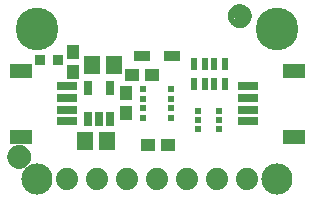
<source format=gbr>
G04 EAGLE Gerber RS-274X export*
G75*
%MOMM*%
%FSLAX34Y34*%
%LPD*%
%INSoldermask Top*%
%IPPOS*%
%AMOC8*
5,1,8,0,0,1.08239X$1,22.5*%
G01*
%ADD10C,2.641600*%
%ADD11R,1.341600X1.601600*%
%ADD12R,0.651600X1.301600*%
%ADD13R,1.101600X1.176600*%
%ADD14R,0.551600X1.001600*%
%ADD15R,0.601600X0.601600*%
%ADD16R,0.601600X0.501600*%
%ADD17C,3.617600*%
%ADD18R,1.651600X0.701600*%
%ADD19R,1.901600X1.301600*%
%ADD20C,1.101600*%
%ADD21C,0.500000*%
%ADD22R,0.901600X0.901600*%
%ADD23R,1.176600X1.101600*%
%ADD24R,1.451600X0.901600*%
%ADD25C,1.879600*%
%ADD26R,0.501600X0.501600*%


D10*
X25400Y25400D03*
X228600Y25400D03*
D11*
X65430Y57150D03*
X84430Y57150D03*
D12*
X67970Y75899D03*
X77470Y75899D03*
X86970Y75899D03*
X86970Y101901D03*
X67970Y101901D03*
D11*
X71780Y121920D03*
X90780Y121920D03*
D13*
X100330Y97654D03*
X100330Y80654D03*
D14*
X184450Y105800D03*
X184450Y122800D03*
X175450Y105800D03*
X167450Y105800D03*
X158450Y105800D03*
X158450Y122800D03*
X175450Y122800D03*
X167450Y122800D03*
D15*
X179180Y67430D03*
D16*
X179180Y74930D03*
D15*
X179180Y82430D03*
X161180Y82430D03*
D16*
X161180Y74930D03*
D15*
X161180Y67430D03*
D17*
X25400Y152400D03*
X228600Y152400D03*
D18*
X203460Y83900D03*
X203460Y93900D03*
X203460Y73900D03*
X203460Y103900D03*
D19*
X242460Y60900D03*
X242460Y116900D03*
D18*
X50540Y93900D03*
X50540Y83900D03*
X50540Y103900D03*
X50540Y73900D03*
D19*
X11540Y116900D03*
X11540Y60900D03*
D20*
X10160Y43815D03*
D21*
X10160Y51315D02*
X9979Y51313D01*
X9798Y51306D01*
X9617Y51295D01*
X9436Y51280D01*
X9256Y51260D01*
X9076Y51236D01*
X8897Y51208D01*
X8719Y51175D01*
X8542Y51138D01*
X8365Y51097D01*
X8190Y51052D01*
X8015Y51002D01*
X7842Y50948D01*
X7671Y50890D01*
X7500Y50828D01*
X7332Y50761D01*
X7165Y50691D01*
X6999Y50617D01*
X6836Y50538D01*
X6675Y50456D01*
X6515Y50370D01*
X6358Y50280D01*
X6203Y50186D01*
X6050Y50089D01*
X5900Y49987D01*
X5752Y49883D01*
X5606Y49774D01*
X5464Y49663D01*
X5324Y49547D01*
X5187Y49429D01*
X5052Y49307D01*
X4921Y49182D01*
X4793Y49054D01*
X4668Y48923D01*
X4546Y48788D01*
X4428Y48651D01*
X4312Y48511D01*
X4201Y48369D01*
X4092Y48223D01*
X3988Y48075D01*
X3886Y47925D01*
X3789Y47772D01*
X3695Y47617D01*
X3605Y47460D01*
X3519Y47300D01*
X3437Y47139D01*
X3358Y46976D01*
X3284Y46810D01*
X3214Y46643D01*
X3147Y46475D01*
X3085Y46304D01*
X3027Y46133D01*
X2973Y45960D01*
X2923Y45785D01*
X2878Y45610D01*
X2837Y45433D01*
X2800Y45256D01*
X2767Y45078D01*
X2739Y44899D01*
X2715Y44719D01*
X2695Y44539D01*
X2680Y44358D01*
X2669Y44177D01*
X2662Y43996D01*
X2660Y43815D01*
X10160Y51315D02*
X10341Y51313D01*
X10522Y51306D01*
X10703Y51295D01*
X10884Y51280D01*
X11064Y51260D01*
X11244Y51236D01*
X11423Y51208D01*
X11601Y51175D01*
X11778Y51138D01*
X11955Y51097D01*
X12130Y51052D01*
X12305Y51002D01*
X12478Y50948D01*
X12649Y50890D01*
X12820Y50828D01*
X12988Y50761D01*
X13155Y50691D01*
X13321Y50617D01*
X13484Y50538D01*
X13645Y50456D01*
X13805Y50370D01*
X13962Y50280D01*
X14117Y50186D01*
X14270Y50089D01*
X14420Y49987D01*
X14568Y49883D01*
X14714Y49774D01*
X14856Y49663D01*
X14996Y49547D01*
X15133Y49429D01*
X15268Y49307D01*
X15399Y49182D01*
X15527Y49054D01*
X15652Y48923D01*
X15774Y48788D01*
X15892Y48651D01*
X16008Y48511D01*
X16119Y48369D01*
X16228Y48223D01*
X16332Y48075D01*
X16434Y47925D01*
X16531Y47772D01*
X16625Y47617D01*
X16715Y47460D01*
X16801Y47300D01*
X16883Y47139D01*
X16962Y46976D01*
X17036Y46810D01*
X17106Y46643D01*
X17173Y46475D01*
X17235Y46304D01*
X17293Y46133D01*
X17347Y45960D01*
X17397Y45785D01*
X17442Y45610D01*
X17483Y45433D01*
X17520Y45256D01*
X17553Y45078D01*
X17581Y44899D01*
X17605Y44719D01*
X17625Y44539D01*
X17640Y44358D01*
X17651Y44177D01*
X17658Y43996D01*
X17660Y43815D01*
X17658Y43634D01*
X17651Y43453D01*
X17640Y43272D01*
X17625Y43091D01*
X17605Y42911D01*
X17581Y42731D01*
X17553Y42552D01*
X17520Y42374D01*
X17483Y42197D01*
X17442Y42020D01*
X17397Y41845D01*
X17347Y41670D01*
X17293Y41497D01*
X17235Y41326D01*
X17173Y41155D01*
X17106Y40987D01*
X17036Y40820D01*
X16962Y40654D01*
X16883Y40491D01*
X16801Y40330D01*
X16715Y40170D01*
X16625Y40013D01*
X16531Y39858D01*
X16434Y39705D01*
X16332Y39555D01*
X16228Y39407D01*
X16119Y39261D01*
X16008Y39119D01*
X15892Y38979D01*
X15774Y38842D01*
X15652Y38707D01*
X15527Y38576D01*
X15399Y38448D01*
X15268Y38323D01*
X15133Y38201D01*
X14996Y38083D01*
X14856Y37967D01*
X14714Y37856D01*
X14568Y37747D01*
X14420Y37643D01*
X14270Y37541D01*
X14117Y37444D01*
X13962Y37350D01*
X13805Y37260D01*
X13645Y37174D01*
X13484Y37092D01*
X13321Y37013D01*
X13155Y36939D01*
X12988Y36869D01*
X12820Y36802D01*
X12649Y36740D01*
X12478Y36682D01*
X12305Y36628D01*
X12130Y36578D01*
X11955Y36533D01*
X11778Y36492D01*
X11601Y36455D01*
X11423Y36422D01*
X11244Y36394D01*
X11064Y36370D01*
X10884Y36350D01*
X10703Y36335D01*
X10522Y36324D01*
X10341Y36317D01*
X10160Y36315D01*
X9979Y36317D01*
X9798Y36324D01*
X9617Y36335D01*
X9436Y36350D01*
X9256Y36370D01*
X9076Y36394D01*
X8897Y36422D01*
X8719Y36455D01*
X8542Y36492D01*
X8365Y36533D01*
X8190Y36578D01*
X8015Y36628D01*
X7842Y36682D01*
X7671Y36740D01*
X7500Y36802D01*
X7332Y36869D01*
X7165Y36939D01*
X6999Y37013D01*
X6836Y37092D01*
X6675Y37174D01*
X6515Y37260D01*
X6358Y37350D01*
X6203Y37444D01*
X6050Y37541D01*
X5900Y37643D01*
X5752Y37747D01*
X5606Y37856D01*
X5464Y37967D01*
X5324Y38083D01*
X5187Y38201D01*
X5052Y38323D01*
X4921Y38448D01*
X4793Y38576D01*
X4668Y38707D01*
X4546Y38842D01*
X4428Y38979D01*
X4312Y39119D01*
X4201Y39261D01*
X4092Y39407D01*
X3988Y39555D01*
X3886Y39705D01*
X3789Y39858D01*
X3695Y40013D01*
X3605Y40170D01*
X3519Y40330D01*
X3437Y40491D01*
X3358Y40654D01*
X3284Y40820D01*
X3214Y40987D01*
X3147Y41155D01*
X3085Y41326D01*
X3027Y41497D01*
X2973Y41670D01*
X2923Y41845D01*
X2878Y42020D01*
X2837Y42197D01*
X2800Y42374D01*
X2767Y42552D01*
X2739Y42731D01*
X2715Y42911D01*
X2695Y43091D01*
X2680Y43272D01*
X2669Y43453D01*
X2662Y43634D01*
X2660Y43815D01*
D20*
X196850Y162941D03*
D21*
X196850Y170441D02*
X196669Y170439D01*
X196488Y170432D01*
X196307Y170421D01*
X196126Y170406D01*
X195946Y170386D01*
X195766Y170362D01*
X195587Y170334D01*
X195409Y170301D01*
X195232Y170264D01*
X195055Y170223D01*
X194880Y170178D01*
X194705Y170128D01*
X194532Y170074D01*
X194361Y170016D01*
X194190Y169954D01*
X194022Y169887D01*
X193855Y169817D01*
X193689Y169743D01*
X193526Y169664D01*
X193365Y169582D01*
X193205Y169496D01*
X193048Y169406D01*
X192893Y169312D01*
X192740Y169215D01*
X192590Y169113D01*
X192442Y169009D01*
X192296Y168900D01*
X192154Y168789D01*
X192014Y168673D01*
X191877Y168555D01*
X191742Y168433D01*
X191611Y168308D01*
X191483Y168180D01*
X191358Y168049D01*
X191236Y167914D01*
X191118Y167777D01*
X191002Y167637D01*
X190891Y167495D01*
X190782Y167349D01*
X190678Y167201D01*
X190576Y167051D01*
X190479Y166898D01*
X190385Y166743D01*
X190295Y166586D01*
X190209Y166426D01*
X190127Y166265D01*
X190048Y166102D01*
X189974Y165936D01*
X189904Y165769D01*
X189837Y165601D01*
X189775Y165430D01*
X189717Y165259D01*
X189663Y165086D01*
X189613Y164911D01*
X189568Y164736D01*
X189527Y164559D01*
X189490Y164382D01*
X189457Y164204D01*
X189429Y164025D01*
X189405Y163845D01*
X189385Y163665D01*
X189370Y163484D01*
X189359Y163303D01*
X189352Y163122D01*
X189350Y162941D01*
X196850Y170441D02*
X197031Y170439D01*
X197212Y170432D01*
X197393Y170421D01*
X197574Y170406D01*
X197754Y170386D01*
X197934Y170362D01*
X198113Y170334D01*
X198291Y170301D01*
X198468Y170264D01*
X198645Y170223D01*
X198820Y170178D01*
X198995Y170128D01*
X199168Y170074D01*
X199339Y170016D01*
X199510Y169954D01*
X199678Y169887D01*
X199845Y169817D01*
X200011Y169743D01*
X200174Y169664D01*
X200335Y169582D01*
X200495Y169496D01*
X200652Y169406D01*
X200807Y169312D01*
X200960Y169215D01*
X201110Y169113D01*
X201258Y169009D01*
X201404Y168900D01*
X201546Y168789D01*
X201686Y168673D01*
X201823Y168555D01*
X201958Y168433D01*
X202089Y168308D01*
X202217Y168180D01*
X202342Y168049D01*
X202464Y167914D01*
X202582Y167777D01*
X202698Y167637D01*
X202809Y167495D01*
X202918Y167349D01*
X203022Y167201D01*
X203124Y167051D01*
X203221Y166898D01*
X203315Y166743D01*
X203405Y166586D01*
X203491Y166426D01*
X203573Y166265D01*
X203652Y166102D01*
X203726Y165936D01*
X203796Y165769D01*
X203863Y165601D01*
X203925Y165430D01*
X203983Y165259D01*
X204037Y165086D01*
X204087Y164911D01*
X204132Y164736D01*
X204173Y164559D01*
X204210Y164382D01*
X204243Y164204D01*
X204271Y164025D01*
X204295Y163845D01*
X204315Y163665D01*
X204330Y163484D01*
X204341Y163303D01*
X204348Y163122D01*
X204350Y162941D01*
X204348Y162760D01*
X204341Y162579D01*
X204330Y162398D01*
X204315Y162217D01*
X204295Y162037D01*
X204271Y161857D01*
X204243Y161678D01*
X204210Y161500D01*
X204173Y161323D01*
X204132Y161146D01*
X204087Y160971D01*
X204037Y160796D01*
X203983Y160623D01*
X203925Y160452D01*
X203863Y160281D01*
X203796Y160113D01*
X203726Y159946D01*
X203652Y159780D01*
X203573Y159617D01*
X203491Y159456D01*
X203405Y159296D01*
X203315Y159139D01*
X203221Y158984D01*
X203124Y158831D01*
X203022Y158681D01*
X202918Y158533D01*
X202809Y158387D01*
X202698Y158245D01*
X202582Y158105D01*
X202464Y157968D01*
X202342Y157833D01*
X202217Y157702D01*
X202089Y157574D01*
X201958Y157449D01*
X201823Y157327D01*
X201686Y157209D01*
X201546Y157093D01*
X201404Y156982D01*
X201258Y156873D01*
X201110Y156769D01*
X200960Y156667D01*
X200807Y156570D01*
X200652Y156476D01*
X200495Y156386D01*
X200335Y156300D01*
X200174Y156218D01*
X200011Y156139D01*
X199845Y156065D01*
X199678Y155995D01*
X199510Y155928D01*
X199339Y155866D01*
X199168Y155808D01*
X198995Y155754D01*
X198820Y155704D01*
X198645Y155659D01*
X198468Y155618D01*
X198291Y155581D01*
X198113Y155548D01*
X197934Y155520D01*
X197754Y155496D01*
X197574Y155476D01*
X197393Y155461D01*
X197212Y155450D01*
X197031Y155443D01*
X196850Y155441D01*
X196669Y155443D01*
X196488Y155450D01*
X196307Y155461D01*
X196126Y155476D01*
X195946Y155496D01*
X195766Y155520D01*
X195587Y155548D01*
X195409Y155581D01*
X195232Y155618D01*
X195055Y155659D01*
X194880Y155704D01*
X194705Y155754D01*
X194532Y155808D01*
X194361Y155866D01*
X194190Y155928D01*
X194022Y155995D01*
X193855Y156065D01*
X193689Y156139D01*
X193526Y156218D01*
X193365Y156300D01*
X193205Y156386D01*
X193048Y156476D01*
X192893Y156570D01*
X192740Y156667D01*
X192590Y156769D01*
X192442Y156873D01*
X192296Y156982D01*
X192154Y157093D01*
X192014Y157209D01*
X191877Y157327D01*
X191742Y157449D01*
X191611Y157574D01*
X191483Y157702D01*
X191358Y157833D01*
X191236Y157968D01*
X191118Y158105D01*
X191002Y158245D01*
X190891Y158387D01*
X190782Y158533D01*
X190678Y158681D01*
X190576Y158831D01*
X190479Y158984D01*
X190385Y159139D01*
X190295Y159296D01*
X190209Y159456D01*
X190127Y159617D01*
X190048Y159780D01*
X189974Y159946D01*
X189904Y160113D01*
X189837Y160281D01*
X189775Y160452D01*
X189717Y160623D01*
X189663Y160796D01*
X189613Y160971D01*
X189568Y161146D01*
X189527Y161323D01*
X189490Y161500D01*
X189457Y161678D01*
X189429Y161857D01*
X189405Y162037D01*
X189385Y162217D01*
X189370Y162398D01*
X189359Y162579D01*
X189352Y162760D01*
X189350Y162941D01*
D22*
X28060Y125730D03*
X43060Y125730D03*
D13*
X55880Y132960D03*
X55880Y115960D03*
D23*
X119008Y54102D03*
X136008Y54102D03*
D24*
X139700Y129540D03*
X114300Y129540D03*
D23*
X122800Y113030D03*
X105800Y113030D03*
D25*
X50800Y25400D03*
X76200Y25400D03*
X101600Y25400D03*
X127000Y25400D03*
X152400Y25400D03*
X177800Y25400D03*
X203200Y25400D03*
D26*
X139000Y100900D03*
X139000Y92900D03*
X139000Y84900D03*
X139000Y76900D03*
X115000Y76900D03*
X115000Y84900D03*
X115000Y92900D03*
X115000Y100900D03*
M02*

</source>
